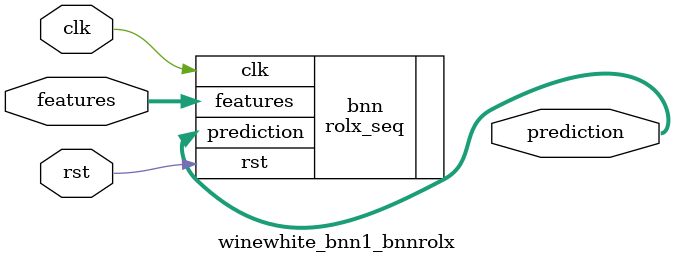
<source format=v>













module winewhite_bnn1_bnnrolx #(

parameter FEAT_CNT = 11,
parameter HIDDEN_CNT = 40,
parameter FEAT_BITS = 4,
parameter CLASS_CNT = 7,
parameter TEST_CNT = 1000


  ) (
  input clk,
  input rst,
  input [FEAT_CNT*FEAT_BITS-1:0] features,
  output [$clog2(CLASS_CNT)-1:0] prediction
  );

  localparam Weights0 = 440'b00010101000000000100110001011111111100001000110010111000111101011010011001100010111100110011000010111110111001101101111011100100100101010010111001101100110001100100000010000100011001111001000101010111000101001100101000101100000110011111011111100011100111101111111000100110011101011110000110100011110011010110001110100100000101101110011001000000111010100011101011100100010011100101000101010011100110000100101000111101100110011111111111010110 ;
  localparam Weights1 = 280'b1100111000000011001100101100101011000111100011011110001100111111010011101101011100011011111010110001111101001110110101110000110111101010000011000100001011010011000011011110101100001111010011101101011100001101100010110001111111101110111001110000000011001010100110110101111011010110 ;

  rolx_seq #(.FEAT_CNT(FEAT_CNT),.FEAT_BITS(FEAT_BITS),.HIDDEN_CNT(HIDDEN_CNT),.CLASS_CNT(CLASS_CNT),.Weights0(Weights0),.Weights1(Weights1)) bnn (
    .clk(clk),
    .rst(rst),
    .features(features),
    .prediction(prediction)
  );

endmodule

</source>
